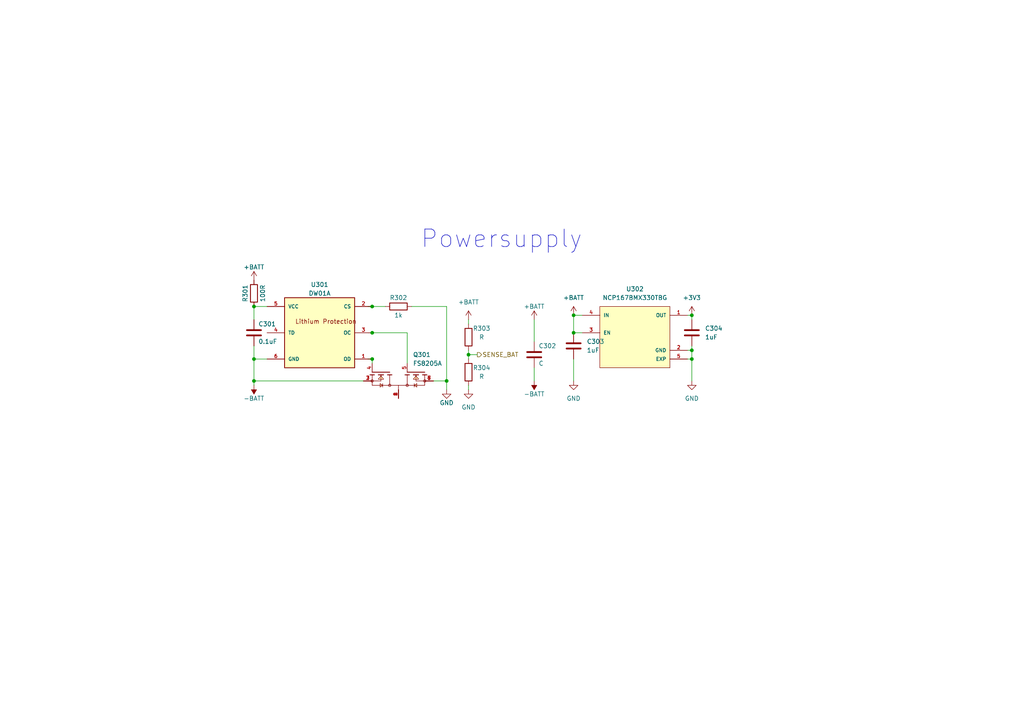
<source format=kicad_sch>
(kicad_sch (version 20211123) (generator eeschema)
  (paper "A4")
  (title_block (title "FabReader2") (date "2022-05-22") (rev "0.1") (company "RLKM UG (haftungsbeschränkt)") (comment 1 "Autoren: Joseph Langosch, Kai Kriegel"))
  (lib_symbols
    (symbol "DW01A:DW01A" (pin_names (offset 1.016))
      (property "Reference" "IC" (at -5.08 11.43 0))
      (property "Value" "DW01A" (at -5.08 -12.7 0))
      (symbol "DW01A_0_0"
        (rectangle (start -10.16 -10.16) (end 10.16 10.16) (stroke (width 0.254)) (fill (type background)))
        (text "Lithium Protection" (at -7.112 2.54 0) (effects (font (size 1.27 1.27)) (justify left bottom)))
        (pin bidirectional line (at 15.24 -7.62 180) (length 5.08) (name "OD") (number "1"))
        (pin bidirectional line (at 15.24 7.62 180) (length 5.08) (name "CS") (number "2"))
        (pin bidirectional line (at 15.24 0 180) (length 5.08) (name "OC") (number "3"))
        (pin bidirectional line (at -15.24 0 0) (length 5.08) (name "TD") (number "4"))
        (pin power_in line (at -15.24 7.62 0) (length 5.08) (name "VCC") (number "5"))
        (pin power_in line (at -15.24 -7.62 0) (length 5.08) (name "GND") (number "6"))
      )
    )
    (symbol "Device:C" (pin_numbers hide) (pin_names (offset 0.254))
      (property "Reference" "C" (at 0.635 2.54 0))
      (property "Value" "C" (at 0.635 -2.54 0))
      (symbol "C_0_1"
        (polyline (pts (xy -2.032 -0.762) (xy 2.032 -0.762)) (stroke (width 0.508)))
        (polyline (pts (xy -2.032 0.762) (xy 2.032 0.762)) (stroke (width 0.508)))
      )
      (symbol "C_1_1"
        (pin passive line (at 0 3.81 270) (length 2.794) (name "~") (number "1"))
        (pin passive line (at 0 -3.81 90) (length 2.794) (name "~") (number "2"))
      )
    )
    (symbol "Device:R" (pin_numbers hide) (pin_names (offset 0))
      (property "Reference" "R" (at 2.032 0 90))
      (property "Value" "R" (at 0 0 90))
      (symbol "R_0_1"
        (rectangle (start -1.016 -2.54) (end 1.016 2.54) (stroke (width 0.254)))
      )
      (symbol "R_1_1"
        (pin passive line (at 0 3.81 270) (length 1.27) (name "~") (number "1"))
        (pin passive line (at 0 -3.81 90) (length 1.27) (name "~") (number "2"))
      )
    )
    (symbol "FS8205A:FS8205A" (pin_names (offset 1.016) hide)
      (property "Reference" "Q" (at -11.43 7.62 0))
      (property "Value" "FS8205A" (at -11.43 -12.7 0))
      (symbol "FS8205A_0_0"
        (circle (center 0 -7.62) (radius 0.3556))
        (polyline (pts (xy -2.54 -2.54) (xy -2.54 -7.62)) (stroke (width 0.254)))
        (polyline (pts (xy -2.54 7.62) (xy -2.54 2.54)) (stroke (width 0.254)))
        (polyline (pts (xy -1.778 -7.62) (xy -1.778 -8.255)) (stroke (width 0.254)))
        (polyline (pts (xy -1.778 -6.985) (xy -1.778 -7.62)) (stroke (width 0.254)))
        (polyline (pts (xy -1.778 -5.08) (xy -1.778 -5.842)) (stroke (width 0.254)))
        (polyline (pts (xy -1.778 -5.08) (xy 0 -5.08)) (stroke (width 0.1524)))
        (polyline (pts (xy -1.778 -4.318) (xy -1.778 -5.08)) (stroke (width 0.254)))
        (polyline (pts (xy -1.778 -2.54) (xy -1.778 -3.175)) (stroke (width 0.254)))
        (polyline (pts (xy -1.778 -2.54) (xy 1.27 -2.54)) (stroke (width 0.1524)))
        (polyline (pts (xy -1.778 -1.905) (xy -1.778 -2.54)) (stroke (width 0.254)))
        (polyline (pts (xy -1.778 2.54) (xy -1.778 1.905)) (stroke (width 0.254)))
        (polyline (pts (xy -1.778 3.175) (xy -1.778 2.54)) (stroke (width 0.254)))
        (polyline (pts (xy -1.778 5.08) (xy -1.778 4.318)) (stroke (width 0.254)))
        (polyline (pts (xy -1.778 5.08) (xy 0 5.08)) (stroke (width 0.1524)))
        (polyline (pts (xy -1.778 5.842) (xy -1.778 5.08)) (stroke (width 0.254)))
        (polyline (pts (xy -1.778 7.62) (xy -1.778 6.985)) (stroke (width 0.254)))
        (polyline (pts (xy -1.778 7.62) (xy 1.27 7.62)) (stroke (width 0.1524)))
        (polyline (pts (xy -1.778 8.255) (xy -1.778 7.62)) (stroke (width 0.254)))
        (polyline (pts (xy 0 -7.62) (xy -1.778 -7.62)) (stroke (width 0.1524)))
        (polyline (pts (xy 0 -7.62) (xy 1.27 -7.62)) (stroke (width 0.1524)))
        (polyline (pts (xy 0 -5.08) (xy 0 -7.62)) (stroke (width 0.1524)))
        (polyline (pts (xy 0 7.62) (xy 0 5.08)) (stroke (width 0.1524)))
        (polyline (pts (xy 0.762 4.572) (xy 1.27 4.572)) (stroke (width 0.1524)))
        (polyline (pts (xy 1.27 -4.572) (xy 0.762 -4.572)) (stroke (width 0.1524)))
        (polyline (pts (xy 1.27 -4.572) (xy 1.27 -7.62)) (stroke (width 0.1524)))
        (polyline (pts (xy 1.27 -2.54) (xy 1.27 -4.572)) (stroke (width 0.1524)))
        (polyline (pts (xy 1.27 -2.54) (xy 1.27 0)) (stroke (width 0.1524)))
        (polyline (pts (xy 1.27 0) (xy 1.27 2.54)) (stroke (width 0.1524)))
        (polyline (pts (xy 1.27 0) (xy 2.54 0)) (stroke (width 0.1524)))
        (polyline (pts (xy 1.27 2.54) (xy -1.778 2.54)) (stroke (width 0.1524)))
        (polyline (pts (xy 1.27 2.54) (xy 1.27 4.572)) (stroke (width 0.1524)))
        (polyline (pts (xy 1.27 4.572) (xy 1.27 7.62)) (stroke (width 0.1524)))
        (polyline (pts (xy 1.27 4.572) (xy 1.778 4.572)) (stroke (width 0.1524)))
        (polyline (pts (xy 1.778 -4.572) (xy 1.27 -4.572)) (stroke (width 0.1524)))
        (polyline (pts (xy -1.524 -5.08) (xy -0.508 -4.318) (xy -0.508 -5.842) (xy -1.524 -5.08)) (stroke (width 0.1524)) (fill (type background)))
        (polyline (pts (xy -1.524 5.08) (xy -0.508 5.842) (xy -0.508 4.318) (xy -1.524 5.08)) (stroke (width 0.1524)) (fill (type background)))
        (polyline (pts (xy 1.27 -4.572) (xy 0.762 -5.334) (xy 1.778 -5.334) (xy 1.27 -4.572)) (stroke (width 0.1524)) (fill (type background)))
        (polyline (pts (xy 1.27 4.572) (xy 1.778 5.334) (xy 0.762 5.334) (xy 1.27 4.572)) (stroke (width 0.1524)) (fill (type background)))
        (circle (center 0 7.62) (radius 0.3556))
        (circle (center 1.27 -2.54) (radius 0.3556))
        (circle (center 1.27 2.54) (radius 0.3556))
        (pin passive line (at 5.08 0 180) (length 2.54) (name "~") (number "1"))
        (pin passive line (at 0 -10.16 90) (length 2.54) (name "~") (number "2"))
        (pin passive line (at 0 -10.16 90) (length 2.54) (name "~") (number "3"))
        (pin passive line (at -5.08 -7.62 0) (length 2.54) (name "~") (number "4"))
        (pin passive line (at -5.08 2.54 0) (length 2.54) (name "~") (number "5"))
        (pin passive line (at 0 10.16 270) (length 2.54) (name "~") (number "6"))
        (pin passive line (at 0 10.16 270) (length 2.54) (name "~") (number "7"))
        (pin passive line (at 5.08 0 180) (length 2.54) (name "~") (number "8"))
      )
    )
    (symbol "NCP167BMX330TBG:NCP167BMX330TBG" (pin_names (offset 1.016))
      (property "Reference" "U" (at -10.16 7.62 0))
      (property "Value" "NCP167BMX330TBG" (at -10.16 -12.7 0))
      (symbol "NCP167BMX330TBG_0_0"
        (rectangle (start -10.16 -10.16) (end 10.16 7.62) (stroke (width 0.1524)) (fill (type background)))
        (pin output line (at 15.24 5.08 180) (length 5.08) (name "OUT") (number "1"))
        (pin power_in line (at 15.24 -5.08 180) (length 5.08) (name "GND") (number "2"))
        (pin input line (at -15.24 0 0) (length 5.08) (name "EN") (number "3"))
        (pin input line (at -15.24 5.08 0) (length 5.08) (name "IN") (number "4"))
        (pin power_in line (at 15.24 -7.62 180) (length 5.08) (name "EXP") (number "5"))
      )
    )
    (symbol "power:+3V3" (power) (pin_names (offset 0))
      (property "Value" "+3V3" (at 0 3.556 0))
      (symbol "+3V3_0_1"
        (polyline (pts (xy -0.762 1.27) (xy 0 2.54)))
        (polyline (pts (xy 0 0) (xy 0 2.54)))
        (polyline (pts (xy 0 2.54) (xy 0.762 1.27)))
      )
      (symbol "+3V3_1_1"
        (pin power_in line (at 0 0 90) (length 0) hide (name "+3V3") (number "1"))
      )
    )
    (symbol "power:+BATT" (power) (pin_names (offset 0))
      (property "Value" "+BATT" (at 0 3.556 0))
      (symbol "+BATT_0_1"
        (polyline (pts (xy -0.762 1.27) (xy 0 2.54)))
        (polyline (pts (xy 0 0) (xy 0 2.54)))
        (polyline (pts (xy 0 2.54) (xy 0.762 1.27)))
      )
      (symbol "+BATT_1_1"
        (pin power_in line (at 0 0 90) (length 0) hide (name "+BATT") (number "1"))
      )
    )
    (symbol "power:-BATT" (power) (pin_names (offset 0))
      (property "Value" "-BATT" (at 0 3.556 0))
      (symbol "-BATT_0_1"
        (polyline (pts (xy 0 0) (xy 0 2.54)))
        (polyline (pts (xy 0.762 1.27) (xy -0.762 1.27) (xy 0 2.54) (xy 0.762 1.27)) (fill (type outline)))
      )
      (symbol "-BATT_1_1"
        (pin power_in line (at 0 0 90) (length 0) hide (name "-BATT") (number "1"))
      )
    )
    (symbol "power:GND" (power) (pin_names (offset 0))
      (property "Value" "GND" (at 0 -3.81 0))
      (symbol "GND_0_1"
        (polyline (pts (xy 0 0) (xy 0 -1.27) (xy 1.27 -1.27) (xy 0 -2.54) (xy -1.27 -1.27) (xy 0 -1.27)))
      )
      (symbol "GND_1_1"
        (pin power_in line (at 0 0 270) (length 0) hide (name "GND") (number "1"))
      )
    )
  )
  (junction (at 200.66 104.14))
  (junction (at 107.95 88.9))
  (junction (at 166.37 96.52))
  (junction (at 200.66 91.44))
  (junction (at 73.66 110.49))
  (junction (at 73.66 88.9))
  (junction (at 200.66 101.6))
  (junction (at 107.95 104.14))
  (junction (at 166.37 91.44))
  (junction (at 107.95 96.52))
  (junction (at 135.89 102.87))
  (junction (at 73.66 104.14))
  (junction (at 129.54 110.49))
  (wire (pts (xy 166.37 96.52) (xy 166.37 91.44)))
  (wire (pts (xy 166.37 91.44) (xy 168.91 91.44)))
  (wire (pts (xy 129.54 110.49) (xy 129.54 113.03)))
  (wire (pts (xy 200.66 92.71) (xy 200.66 91.44)))
  (wire (pts (xy 119.38 88.9) (xy 129.54 88.9)))
  (wire (pts (xy 135.89 113.03) (xy 135.89 111.76)))
  (wire (pts (xy 73.66 110.49) (xy 105.41 110.49)))
  (wire (pts (xy 73.66 88.9) (xy 73.66 92.71)))
  (wire (pts (xy 135.89 102.87) (xy 135.89 104.14)))
  (wire (pts (xy 129.54 88.9) (xy 129.54 110.49)))
  (wire (pts (xy 73.66 100.33) (xy 73.66 104.14)))
  (wire (pts (xy 73.66 88.9) (xy 77.47 88.9)))
  (wire (pts (xy 200.66 104.14) (xy 200.66 110.49)))
  (wire (pts (xy 199.39 104.14) (xy 200.66 104.14)))
  (wire (pts (xy 200.66 104.14) (xy 200.66 101.6)))
  (wire (pts (xy 200.66 100.33) (xy 200.66 101.6)))
  (wire (pts (xy 107.95 104.14) (xy 107.95 105.41)))
  (wire (pts (xy 154.94 92.71) (xy 154.94 99.06)))
  (wire (pts (xy 73.66 110.49) (xy 73.66 104.14)))
  (wire (pts (xy 107.95 88.9) (xy 111.76 88.9)))
  (wire (pts (xy 135.89 101.6) (xy 135.89 102.87)))
  (wire (pts (xy 200.66 91.44) (xy 199.39 91.44)))
  (wire (pts (xy 73.66 104.14) (xy 77.47 104.14)))
  (wire (pts (xy 135.89 92.71) (xy 135.89 93.98)))
  (wire (pts (xy 200.66 101.6) (xy 199.39 101.6)))
  (wire (pts (xy 118.11 96.52) (xy 107.95 96.52)))
  (wire (pts (xy 73.66 111.76) (xy 73.66 110.49)))
  (wire (pts (xy 118.11 105.41) (xy 118.11 96.52)))
  (wire (pts (xy 166.37 104.14) (xy 166.37 110.49)))
  (wire (pts (xy 106.68 88.9) (xy 107.95 88.9)))
  (wire (pts (xy 106.68 104.14) (xy 107.95 104.14)))
  (wire (pts (xy 138.43 102.87) (xy 135.89 102.87)))
  (wire (pts (xy 168.91 96.52) (xy 166.37 96.52)))
  (wire (pts (xy 154.94 106.68) (xy 154.94 110.49)))
  (wire (pts (xy 106.68 96.52) (xy 107.95 96.52)))
  (wire (pts (xy 125.73 110.49) (xy 129.54 110.49)))
  (text "Powersupply" (at 121.92 72.39 0) (effects (font (size 5.08 5.08)) (justify left bottom)))
  (hierarchical_label "SENSE_BAT" (shape output) (at 138.43 102.87 0))
  (symbol (lib_id "Device:R") (at 73.66 85.09 180) (unit 1)
    (property "Reference" "R301" (at 71.12 85.09 90))
    (property "Value" "100R" (at 76.2 85.09 90))
    (property "Footprint" "Resistor_SMD:R_0402_1005Metric" (effects hide))
  )
  (symbol (lib_id "Device:R") (at 115.57 88.9 90) (unit 1)
    (property "Reference" "R302" (at 115.57 86.36 90))
    (property "Value" "1k" (at 115.57 91.44 90))
    (property "Footprint" "Resistor_SMD:R_0402_1005Metric" (effects hide))
  )
  (symbol (lib_id "Device:C") (at 73.66 96.52 0) (unit 1)
    (property "Reference" "C301" (at 74.93 93.98 0) (effects (justify left)))
    (property "Value" "0.1uF" (at 74.93 99.06 0) (effects (justify left)))
    (property "Footprint" "Capacitor_SMD:C_0402_1005Metric" (effects hide))
  )
  (symbol (lib_id "power:+BATT") (at 154.94 92.71 0) (unit 1)
    (property "Reference" "#PWR0306" (effects hide))
    (property "Value" "+BATT" (at 154.94 88.9 0))
  )
  (symbol (lib_id "Device:R") (at 135.89 97.79 180) (unit 1)
    (property "Reference" "R303" (at 139.7 95.25 0))
    (property "Value" "R" (at 139.7 97.79 0))
    (property "Footprint" "Resistor_SMD:R_0402_1005Metric" (effects hide))
  )
  (symbol (lib_id "Device:C") (at 200.66 96.52 0) (unit 1)
    (property "Reference" "C304" (at 204.47 95.2499 0) (effects (justify left)))
    (property "Value" "1uF" (at 204.47 97.7899 0) (effects (justify left)))
    (property "Footprint" "Capacitor_SMD:C_0402_1005Metric" (effects hide))
  )
  (symbol (lib_id "FS8205A:FS8205A") (at 115.57 110.49 270) (unit 1)
    (property "Reference" "Q301" (at 119.7611 102.87 90) (effects (justify left)))
    (property "Value" "FS8205A" (at 119.7611 105.41 90) (effects (justify left)))
    (property "Footprint" "FS8205A:SOP65P640X120-8N" (effects hide))
    (property "STANDARD" "IPC 7351B" (effects hide))
    (property "MAXIMUM_PACKAGE_HEIGHT" "1.2mm" (effects hide))
    (property "PARTREV" "1.7" (effects hide))
    (property "MANUFACTURER" "Fortune Semiconductor" (effects hide))
  )
  (symbol (lib_id "power:+3V3") (at 200.66 91.44 0) (unit 1)
    (property "Reference" "#PWR0310" (effects hide))
    (property "Value" "+3V3" (at 200.66 86.36 0))
  )
  (symbol (lib_id "Device:R") (at 135.89 107.95 0) (unit 1)
    (property "Reference" "R304" (at 139.7 106.68 0))
    (property "Value" "R" (at 139.7 109.22 0))
    (property "Footprint" "Resistor_SMD:R_0402_1005Metric" (effects hide))
  )
  (symbol (lib_id "NCP167BMX330TBG:NCP167BMX330TBG") (at 184.15 96.52 0) (unit 1)
    (property "Reference" "U302" (at 184.15 83.82 0))
    (property "Value" "NCP167BMX330TBG" (at 184.15 86.36 0))
    (property "Footprint" "NCP167BMX330TBG:REG_NCP167BMX330TBG" (effects hide))
    (property "MAXIMUM_PACKAGE_HEIGHT" "0.43mm" (effects hide))
    (property "MANUFACTURER" "ON Semiconductor" (effects hide))
    (property "PARTREV" "3" (effects hide))
    (property "STANDARD" "Manufacturer recommendations" (effects hide))
  )
  (symbol (lib_id "Device:C") (at 166.37 100.33 0) (unit 1)
    (property "Reference" "C303" (at 170.18 99.0599 0) (effects (justify left)))
    (property "Value" "1uF" (at 170.18 101.5999 0) (effects (justify left)))
    (property "Footprint" "Capacitor_SMD:C_0402_1005Metric" (effects hide))
  )
  (symbol (lib_id "power:-BATT") (at 154.94 110.49 180) (unit 1)
    (property "Reference" "#PWR0307" (effects hide))
    (property "Value" "-BATT" (at 154.94 114.3 0))
  )
  (symbol (lib_id "DW01A:DW01A") (at 92.71 96.52 0) (unit 1)
    (property "Reference" "U301" (at 92.71 82.55 0))
    (property "Value" "DW01A" (at 92.71 85.09 0))
    (property "Footprint" "DW01A:SOT23-6" (effects hide))
    (property "VALUE" "DW01A" (effects hide))
    (property "LCSC" "C351410" (effects hide))
    (property "MPN" "DW01A" (effects hide))
  )
  (symbol (lib_id "power:+BATT") (at 135.89 92.71 0) (unit 1)
    (property "Reference" "#PWR0304" (effects hide))
    (property "Value" "+BATT" (at 135.89 87.63 0))
  )
  (symbol (lib_id "power:-BATT") (at 73.66 111.76 180) (unit 1)
    (property "Reference" "#PWR0302" (effects hide))
    (property "Value" "-BATT" (at 73.66 115.57 0))
  )
  (symbol (lib_id "power:GND") (at 135.89 113.03 0) (unit 1)
    (property "Reference" "#PWR0305" (effects hide))
    (property "Value" "GND" (at 135.89 118.11 0))
  )
  (symbol (lib_id "Device:C") (at 154.94 102.87 0) (unit 1)
    (property "Reference" "C302" (at 156.21 100.33 0) (effects (justify left)))
    (property "Value" "C" (at 156.21 105.41 0) (effects (justify left)))
    (property "Footprint" "Capacitor_SMD:C_0603_1608Metric" (effects hide))
  )
  (symbol (lib_id "power:+BATT") (at 166.37 91.44 0) (unit 1)
    (property "Reference" "#PWR0308" (effects hide))
    (property "Value" "+BATT" (at 166.37 86.36 0))
  )
  (symbol (lib_id "power:GND") (at 166.37 110.49 0) (unit 1)
    (property "Reference" "#PWR0309" (effects hide))
    (property "Value" "GND" (at 166.37 115.57 0))
  )
  (symbol (lib_id "power:+BATT") (at 73.66 81.28 0) (unit 1)
    (property "Reference" "#PWR0301" (effects hide))
    (property "Value" "+BATT" (at 73.66 77.47 0))
  )
  (symbol (lib_id "power:GND") (at 129.54 113.03 0) (unit 1)
    (property "Reference" "#PWR0303" (effects hide))
    (property "Value" "GND" (at 129.54 116.84 0))
  )
  (symbol (lib_id "power:GND") (at 200.66 110.49 0) (unit 1)
    (property "Reference" "#PWR0311" (effects hide))
    (property "Value" "GND" (at 200.66 115.57 0))
  )
)
</source>
